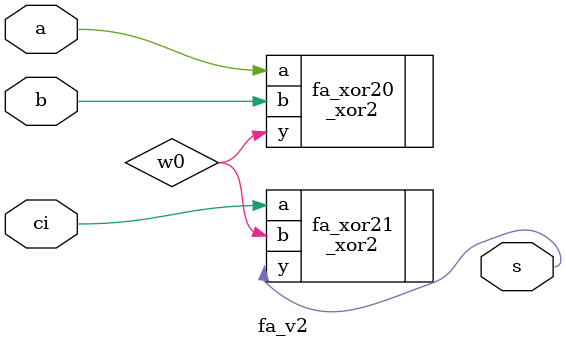
<source format=v>
module fa_v2(a, b, ci, s);
	input a, b, ci;
	output s;
	wire w0;
	
	// full adder without carry out
	_xor2 fa_xor20(.a(a), .b(b), .y(w0));
	_xor2 fa_xor21(.a(ci), .b(w0), .y(s));
	
endmodule

</source>
